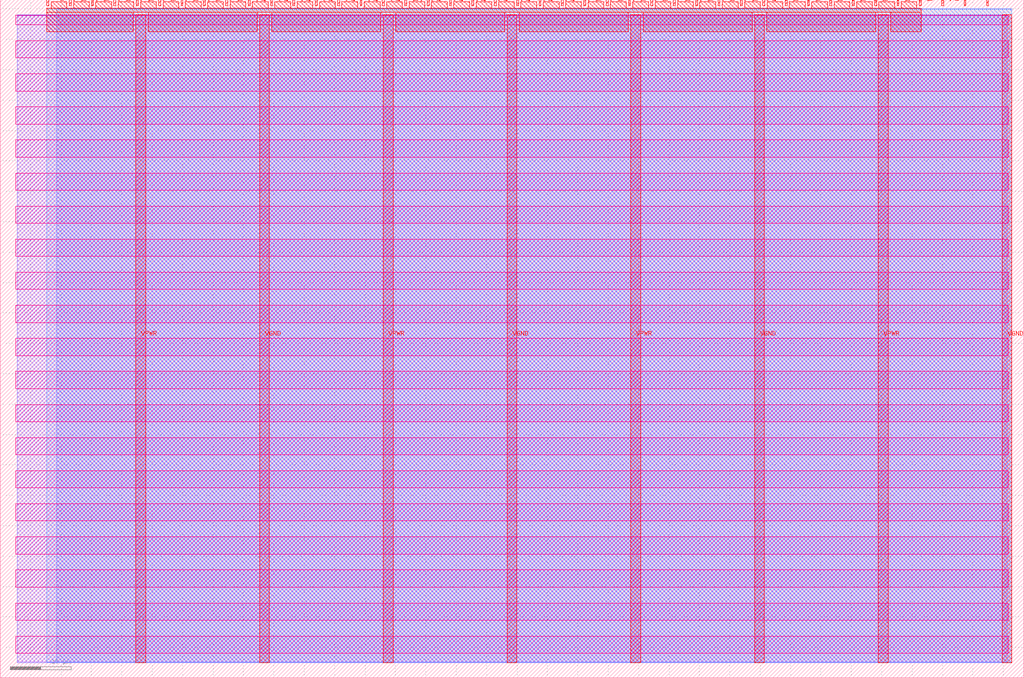
<source format=lef>
VERSION 5.7 ;
  NOWIREEXTENSIONATPIN ON ;
  DIVIDERCHAR "/" ;
  BUSBITCHARS "[]" ;
MACRO tt_um_wokwi_374969806854695937
  CLASS BLOCK ;
  FOREIGN tt_um_wokwi_374969806854695937 ;
  ORIGIN 0.000 0.000 ;
  SIZE 168.360 BY 111.520 ;
  PIN VGND
    DIRECTION INOUT ;
    USE GROUND ;
    PORT
      LAYER met4 ;
        RECT 42.670 2.480 44.270 109.040 ;
    END
    PORT
      LAYER met4 ;
        RECT 83.380 2.480 84.980 109.040 ;
    END
    PORT
      LAYER met4 ;
        RECT 124.090 2.480 125.690 109.040 ;
    END
    PORT
      LAYER met4 ;
        RECT 164.800 2.480 166.400 109.040 ;
    END
  END VGND
  PIN VPWR
    DIRECTION INOUT ;
    USE POWER ;
    PORT
      LAYER met4 ;
        RECT 22.315 2.480 23.915 109.040 ;
    END
    PORT
      LAYER met4 ;
        RECT 63.025 2.480 64.625 109.040 ;
    END
    PORT
      LAYER met4 ;
        RECT 103.735 2.480 105.335 109.040 ;
    END
    PORT
      LAYER met4 ;
        RECT 144.445 2.480 146.045 109.040 ;
    END
  END VPWR
  PIN clk
    DIRECTION INPUT ;
    USE SIGNAL ;
    PORT
      LAYER met4 ;
        RECT 158.550 110.520 158.850 111.520 ;
    END
  END clk
  PIN ena
    DIRECTION INPUT ;
    USE SIGNAL ;
    PORT
      LAYER met4 ;
        RECT 162.230 110.520 162.530 111.520 ;
    END
  END ena
  PIN rst_n
    DIRECTION INPUT ;
    USE SIGNAL ;
    PORT
      LAYER met4 ;
        RECT 154.870 110.520 155.170 111.520 ;
    END
  END rst_n
  PIN ui_in[0]
    DIRECTION INPUT ;
    USE SIGNAL ;
    ANTENNAGATEAREA 0.213000 ;
    PORT
      LAYER met4 ;
        RECT 151.190 110.520 151.490 111.520 ;
    END
  END ui_in[0]
  PIN ui_in[1]
    DIRECTION INPUT ;
    USE SIGNAL ;
    ANTENNAGATEAREA 0.196500 ;
    PORT
      LAYER met4 ;
        RECT 147.510 110.520 147.810 111.520 ;
    END
  END ui_in[1]
  PIN ui_in[2]
    DIRECTION INPUT ;
    USE SIGNAL ;
    ANTENNAGATEAREA 0.196500 ;
    PORT
      LAYER met4 ;
        RECT 143.830 110.520 144.130 111.520 ;
    END
  END ui_in[2]
  PIN ui_in[3]
    DIRECTION INPUT ;
    USE SIGNAL ;
    ANTENNAGATEAREA 0.159000 ;
    PORT
      LAYER met4 ;
        RECT 140.150 110.520 140.450 111.520 ;
    END
  END ui_in[3]
  PIN ui_in[4]
    DIRECTION INPUT ;
    USE SIGNAL ;
    PORT
      LAYER met4 ;
        RECT 136.470 110.520 136.770 111.520 ;
    END
  END ui_in[4]
  PIN ui_in[5]
    DIRECTION INPUT ;
    USE SIGNAL ;
    PORT
      LAYER met4 ;
        RECT 132.790 110.520 133.090 111.520 ;
    END
  END ui_in[5]
  PIN ui_in[6]
    DIRECTION INPUT ;
    USE SIGNAL ;
    PORT
      LAYER met4 ;
        RECT 129.110 110.520 129.410 111.520 ;
    END
  END ui_in[6]
  PIN ui_in[7]
    DIRECTION INPUT ;
    USE SIGNAL ;
    PORT
      LAYER met4 ;
        RECT 125.430 110.520 125.730 111.520 ;
    END
  END ui_in[7]
  PIN uio_in[0]
    DIRECTION INPUT ;
    USE SIGNAL ;
    PORT
      LAYER met4 ;
        RECT 121.750 110.520 122.050 111.520 ;
    END
  END uio_in[0]
  PIN uio_in[1]
    DIRECTION INPUT ;
    USE SIGNAL ;
    PORT
      LAYER met4 ;
        RECT 118.070 110.520 118.370 111.520 ;
    END
  END uio_in[1]
  PIN uio_in[2]
    DIRECTION INPUT ;
    USE SIGNAL ;
    PORT
      LAYER met4 ;
        RECT 114.390 110.520 114.690 111.520 ;
    END
  END uio_in[2]
  PIN uio_in[3]
    DIRECTION INPUT ;
    USE SIGNAL ;
    PORT
      LAYER met4 ;
        RECT 110.710 110.520 111.010 111.520 ;
    END
  END uio_in[3]
  PIN uio_in[4]
    DIRECTION INPUT ;
    USE SIGNAL ;
    PORT
      LAYER met4 ;
        RECT 107.030 110.520 107.330 111.520 ;
    END
  END uio_in[4]
  PIN uio_in[5]
    DIRECTION INPUT ;
    USE SIGNAL ;
    PORT
      LAYER met4 ;
        RECT 103.350 110.520 103.650 111.520 ;
    END
  END uio_in[5]
  PIN uio_in[6]
    DIRECTION INPUT ;
    USE SIGNAL ;
    PORT
      LAYER met4 ;
        RECT 99.670 110.520 99.970 111.520 ;
    END
  END uio_in[6]
  PIN uio_in[7]
    DIRECTION INPUT ;
    USE SIGNAL ;
    PORT
      LAYER met4 ;
        RECT 95.990 110.520 96.290 111.520 ;
    END
  END uio_in[7]
  PIN uio_oe[0]
    DIRECTION OUTPUT TRISTATE ;
    USE SIGNAL ;
    ANTENNADIFFAREA 0.445500 ;
    PORT
      LAYER met4 ;
        RECT 33.430 110.520 33.730 111.520 ;
    END
  END uio_oe[0]
  PIN uio_oe[1]
    DIRECTION OUTPUT TRISTATE ;
    USE SIGNAL ;
    ANTENNADIFFAREA 0.445500 ;
    PORT
      LAYER met4 ;
        RECT 29.750 110.520 30.050 111.520 ;
    END
  END uio_oe[1]
  PIN uio_oe[2]
    DIRECTION OUTPUT TRISTATE ;
    USE SIGNAL ;
    ANTENNADIFFAREA 0.445500 ;
    PORT
      LAYER met4 ;
        RECT 26.070 110.520 26.370 111.520 ;
    END
  END uio_oe[2]
  PIN uio_oe[3]
    DIRECTION OUTPUT TRISTATE ;
    USE SIGNAL ;
    ANTENNADIFFAREA 0.445500 ;
    PORT
      LAYER met4 ;
        RECT 22.390 110.520 22.690 111.520 ;
    END
  END uio_oe[3]
  PIN uio_oe[4]
    DIRECTION OUTPUT TRISTATE ;
    USE SIGNAL ;
    ANTENNADIFFAREA 0.445500 ;
    PORT
      LAYER met4 ;
        RECT 18.710 110.520 19.010 111.520 ;
    END
  END uio_oe[4]
  PIN uio_oe[5]
    DIRECTION OUTPUT TRISTATE ;
    USE SIGNAL ;
    ANTENNADIFFAREA 0.445500 ;
    PORT
      LAYER met4 ;
        RECT 15.030 110.520 15.330 111.520 ;
    END
  END uio_oe[5]
  PIN uio_oe[6]
    DIRECTION OUTPUT TRISTATE ;
    USE SIGNAL ;
    ANTENNADIFFAREA 0.445500 ;
    PORT
      LAYER met4 ;
        RECT 11.350 110.520 11.650 111.520 ;
    END
  END uio_oe[6]
  PIN uio_oe[7]
    DIRECTION OUTPUT TRISTATE ;
    USE SIGNAL ;
    ANTENNADIFFAREA 0.445500 ;
    PORT
      LAYER met4 ;
        RECT 7.670 110.520 7.970 111.520 ;
    END
  END uio_oe[7]
  PIN uio_out[0]
    DIRECTION OUTPUT TRISTATE ;
    USE SIGNAL ;
    ANTENNADIFFAREA 0.445500 ;
    PORT
      LAYER met4 ;
        RECT 62.870 110.520 63.170 111.520 ;
    END
  END uio_out[0]
  PIN uio_out[1]
    DIRECTION OUTPUT TRISTATE ;
    USE SIGNAL ;
    ANTENNADIFFAREA 0.445500 ;
    PORT
      LAYER met4 ;
        RECT 59.190 110.520 59.490 111.520 ;
    END
  END uio_out[1]
  PIN uio_out[2]
    DIRECTION OUTPUT TRISTATE ;
    USE SIGNAL ;
    ANTENNADIFFAREA 0.795200 ;
    PORT
      LAYER met4 ;
        RECT 55.510 110.520 55.810 111.520 ;
    END
  END uio_out[2]
  PIN uio_out[3]
    DIRECTION OUTPUT TRISTATE ;
    USE SIGNAL ;
    ANTENNADIFFAREA 0.445500 ;
    PORT
      LAYER met4 ;
        RECT 51.830 110.520 52.130 111.520 ;
    END
  END uio_out[3]
  PIN uio_out[4]
    DIRECTION OUTPUT TRISTATE ;
    USE SIGNAL ;
    ANTENNADIFFAREA 0.795200 ;
    PORT
      LAYER met4 ;
        RECT 48.150 110.520 48.450 111.520 ;
    END
  END uio_out[4]
  PIN uio_out[5]
    DIRECTION OUTPUT TRISTATE ;
    USE SIGNAL ;
    ANTENNADIFFAREA 0.445500 ;
    PORT
      LAYER met4 ;
        RECT 44.470 110.520 44.770 111.520 ;
    END
  END uio_out[5]
  PIN uio_out[6]
    DIRECTION OUTPUT TRISTATE ;
    USE SIGNAL ;
    ANTENNADIFFAREA 0.795200 ;
    PORT
      LAYER met4 ;
        RECT 40.790 110.520 41.090 111.520 ;
    END
  END uio_out[6]
  PIN uio_out[7]
    DIRECTION OUTPUT TRISTATE ;
    USE SIGNAL ;
    ANTENNADIFFAREA 0.445500 ;
    PORT
      LAYER met4 ;
        RECT 37.110 110.520 37.410 111.520 ;
    END
  END uio_out[7]
  PIN uo_out[0]
    DIRECTION OUTPUT TRISTATE ;
    USE SIGNAL ;
    ANTENNADIFFAREA 0.445500 ;
    PORT
      LAYER met4 ;
        RECT 92.310 110.520 92.610 111.520 ;
    END
  END uo_out[0]
  PIN uo_out[1]
    DIRECTION OUTPUT TRISTATE ;
    USE SIGNAL ;
    ANTENNADIFFAREA 0.795200 ;
    PORT
      LAYER met4 ;
        RECT 88.630 110.520 88.930 111.520 ;
    END
  END uo_out[1]
  PIN uo_out[2]
    DIRECTION OUTPUT TRISTATE ;
    USE SIGNAL ;
    ANTENNADIFFAREA 0.795200 ;
    PORT
      LAYER met4 ;
        RECT 84.950 110.520 85.250 111.520 ;
    END
  END uo_out[2]
  PIN uo_out[3]
    DIRECTION OUTPUT TRISTATE ;
    USE SIGNAL ;
    ANTENNADIFFAREA 0.795200 ;
    PORT
      LAYER met4 ;
        RECT 81.270 110.520 81.570 111.520 ;
    END
  END uo_out[3]
  PIN uo_out[4]
    DIRECTION OUTPUT TRISTATE ;
    USE SIGNAL ;
    ANTENNADIFFAREA 0.795200 ;
    PORT
      LAYER met4 ;
        RECT 77.590 110.520 77.890 111.520 ;
    END
  END uo_out[4]
  PIN uo_out[5]
    DIRECTION OUTPUT TRISTATE ;
    USE SIGNAL ;
    ANTENNADIFFAREA 0.445500 ;
    PORT
      LAYER met4 ;
        RECT 73.910 110.520 74.210 111.520 ;
    END
  END uo_out[5]
  PIN uo_out[6]
    DIRECTION OUTPUT TRISTATE ;
    USE SIGNAL ;
    ANTENNADIFFAREA 0.445500 ;
    PORT
      LAYER met4 ;
        RECT 70.230 110.520 70.530 111.520 ;
    END
  END uo_out[6]
  PIN uo_out[7]
    DIRECTION OUTPUT TRISTATE ;
    USE SIGNAL ;
    ANTENNADIFFAREA 0.445500 ;
    PORT
      LAYER met4 ;
        RECT 66.550 110.520 66.850 111.520 ;
    END
  END uo_out[7]
  OBS
      LAYER nwell ;
        RECT 2.570 107.385 165.790 108.990 ;
        RECT 2.570 101.945 165.790 104.775 ;
        RECT 2.570 96.505 165.790 99.335 ;
        RECT 2.570 91.065 165.790 93.895 ;
        RECT 2.570 85.625 165.790 88.455 ;
        RECT 2.570 80.185 165.790 83.015 ;
        RECT 2.570 74.745 165.790 77.575 ;
        RECT 2.570 69.305 165.790 72.135 ;
        RECT 2.570 63.865 165.790 66.695 ;
        RECT 2.570 58.425 165.790 61.255 ;
        RECT 2.570 52.985 165.790 55.815 ;
        RECT 2.570 47.545 165.790 50.375 ;
        RECT 2.570 42.105 165.790 44.935 ;
        RECT 2.570 36.665 165.790 39.495 ;
        RECT 2.570 31.225 165.790 34.055 ;
        RECT 2.570 25.785 165.790 28.615 ;
        RECT 2.570 20.345 165.790 23.175 ;
        RECT 2.570 14.905 165.790 17.735 ;
        RECT 2.570 9.465 165.790 12.295 ;
        RECT 2.570 4.025 165.790 6.855 ;
      LAYER li1 ;
        RECT 2.760 2.635 165.600 108.885 ;
      LAYER met1 ;
        RECT 2.760 2.480 166.400 109.040 ;
      LAYER met2 ;
        RECT 9.290 2.535 166.370 110.005 ;
      LAYER met3 ;
        RECT 7.630 2.555 166.390 109.985 ;
      LAYER met4 ;
        RECT 8.370 110.120 10.950 111.170 ;
        RECT 12.050 110.120 14.630 111.170 ;
        RECT 15.730 110.120 18.310 111.170 ;
        RECT 19.410 110.120 21.990 111.170 ;
        RECT 23.090 110.120 25.670 111.170 ;
        RECT 26.770 110.120 29.350 111.170 ;
        RECT 30.450 110.120 33.030 111.170 ;
        RECT 34.130 110.120 36.710 111.170 ;
        RECT 37.810 110.120 40.390 111.170 ;
        RECT 41.490 110.120 44.070 111.170 ;
        RECT 45.170 110.120 47.750 111.170 ;
        RECT 48.850 110.120 51.430 111.170 ;
        RECT 52.530 110.120 55.110 111.170 ;
        RECT 56.210 110.120 58.790 111.170 ;
        RECT 59.890 110.120 62.470 111.170 ;
        RECT 63.570 110.120 66.150 111.170 ;
        RECT 67.250 110.120 69.830 111.170 ;
        RECT 70.930 110.120 73.510 111.170 ;
        RECT 74.610 110.120 77.190 111.170 ;
        RECT 78.290 110.120 80.870 111.170 ;
        RECT 81.970 110.120 84.550 111.170 ;
        RECT 85.650 110.120 88.230 111.170 ;
        RECT 89.330 110.120 91.910 111.170 ;
        RECT 93.010 110.120 95.590 111.170 ;
        RECT 96.690 110.120 99.270 111.170 ;
        RECT 100.370 110.120 102.950 111.170 ;
        RECT 104.050 110.120 106.630 111.170 ;
        RECT 107.730 110.120 110.310 111.170 ;
        RECT 111.410 110.120 113.990 111.170 ;
        RECT 115.090 110.120 117.670 111.170 ;
        RECT 118.770 110.120 121.350 111.170 ;
        RECT 122.450 110.120 125.030 111.170 ;
        RECT 126.130 110.120 128.710 111.170 ;
        RECT 129.810 110.120 132.390 111.170 ;
        RECT 133.490 110.120 136.070 111.170 ;
        RECT 137.170 110.120 139.750 111.170 ;
        RECT 140.850 110.120 143.430 111.170 ;
        RECT 144.530 110.120 147.110 111.170 ;
        RECT 148.210 110.120 150.790 111.170 ;
        RECT 7.655 109.440 151.505 110.120 ;
        RECT 7.655 106.255 21.915 109.440 ;
        RECT 24.315 106.255 42.270 109.440 ;
        RECT 44.670 106.255 62.625 109.440 ;
        RECT 65.025 106.255 82.980 109.440 ;
        RECT 85.380 106.255 103.335 109.440 ;
        RECT 105.735 106.255 123.690 109.440 ;
        RECT 126.090 106.255 144.045 109.440 ;
        RECT 146.445 106.255 151.505 109.440 ;
  END
END tt_um_wokwi_374969806854695937
END LIBRARY


</source>
